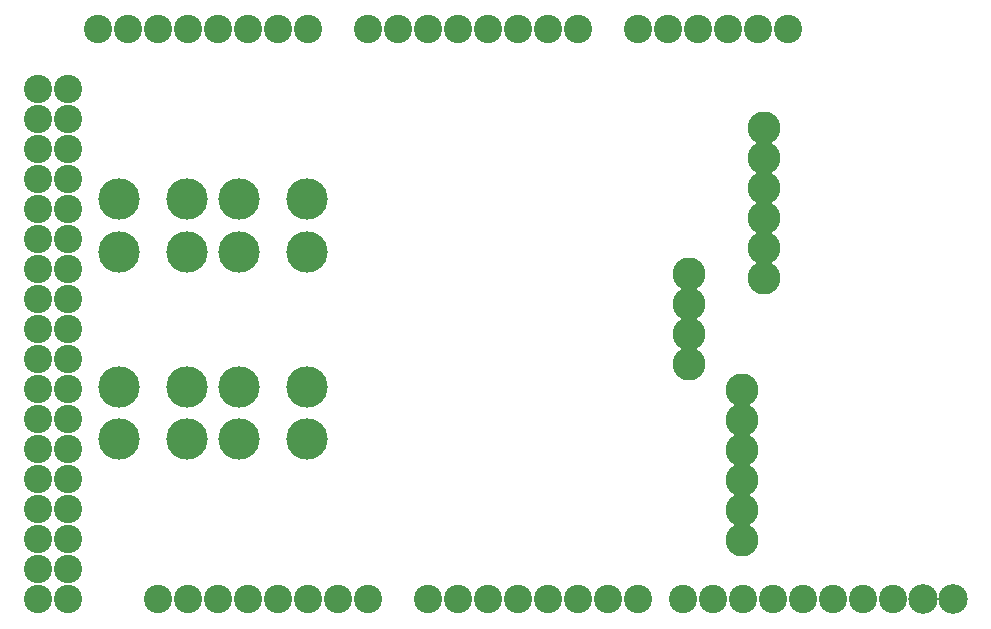
<source format=gbr>
%FSLAX34Y34*%
%MOMM*%
%LNSOLDERMASK_BOTTOM*%
G71*
G01*
%ADD10C, 2.40*%
%ADD11C, 2.50*%
%ADD12C, 2.80*%
%ADD13C, 3.50*%
%LPD*%
X34925Y717549D02*
G54D10*
D03*
X60325Y717549D02*
G54D10*
D03*
X34925Y742949D02*
G54D10*
D03*
X60324Y742949D02*
G54D10*
D03*
X34925Y768349D02*
G54D10*
D03*
X60325Y768349D02*
G54D10*
D03*
X34925Y793749D02*
G54D10*
D03*
X60325Y793749D02*
G54D10*
D03*
X34925Y819149D02*
G54D10*
D03*
X60325Y819149D02*
G54D10*
D03*
X34925Y844549D02*
G54D10*
D03*
X60325Y844549D02*
G54D10*
D03*
X34925Y869949D02*
G54D10*
D03*
X60325Y869949D02*
G54D10*
D03*
X34925Y920749D02*
G54D10*
D03*
X60325Y920749D02*
G54D10*
D03*
X34925Y615949D02*
G54D10*
D03*
X60325Y615949D02*
G54D10*
D03*
X34925Y641349D02*
G54D10*
D03*
X60325Y641349D02*
G54D10*
D03*
X34925Y666749D02*
G54D10*
D03*
X60325Y666749D02*
G54D10*
D03*
X34925Y692149D02*
G54D10*
D03*
X60325Y692149D02*
G54D10*
D03*
X34925Y514349D02*
G54D10*
D03*
X60325Y514349D02*
G54D10*
D03*
X34925Y539749D02*
G54D10*
D03*
X60325Y539749D02*
G54D10*
D03*
X34925Y565149D02*
G54D10*
D03*
X60325Y565149D02*
G54D10*
D03*
X34925Y590549D02*
G54D10*
D03*
X60325Y590549D02*
G54D10*
D03*
X238125Y488949D02*
G54D10*
D03*
X263525Y488949D02*
G54D10*
D03*
X288925Y488949D02*
G54D10*
D03*
X314325Y488949D02*
G54D10*
D03*
X136525Y488949D02*
G54D10*
D03*
X161925Y488949D02*
G54D10*
D03*
X187325Y488949D02*
G54D10*
D03*
X212725Y488949D02*
G54D10*
D03*
X187325Y971549D02*
G54D10*
D03*
X212725Y971549D02*
G54D10*
D03*
X238125Y971549D02*
G54D10*
D03*
X263525Y971549D02*
G54D10*
D03*
X85725Y971549D02*
G54D10*
D03*
X111125Y971549D02*
G54D10*
D03*
X136525Y971549D02*
G54D10*
D03*
X161925Y971549D02*
G54D10*
D03*
X466725Y488949D02*
G54D10*
D03*
X492125Y488949D02*
G54D10*
D03*
X517525Y488949D02*
G54D10*
D03*
X542925Y488949D02*
G54D10*
D03*
X365125Y488949D02*
G54D10*
D03*
X390525Y488949D02*
G54D10*
D03*
X415925Y488949D02*
G54D10*
D03*
X441325Y488949D02*
G54D10*
D03*
X682625Y488949D02*
G54D10*
D03*
X708025Y488949D02*
G54D10*
D03*
X733425Y488949D02*
G54D10*
D03*
X758825Y488949D02*
G54D10*
D03*
X581025Y488949D02*
G54D10*
D03*
X606425Y488949D02*
G54D10*
D03*
X631825Y488949D02*
G54D10*
D03*
X657225Y488949D02*
G54D10*
D03*
X415925Y971549D02*
G54D10*
D03*
X441325Y971549D02*
G54D10*
D03*
X466725Y971549D02*
G54D10*
D03*
X492125Y971549D02*
G54D10*
D03*
X314325Y971549D02*
G54D10*
D03*
X339725Y971549D02*
G54D10*
D03*
X365125Y971549D02*
G54D10*
D03*
X390525Y971549D02*
G54D10*
D03*
X644525Y971549D02*
G54D10*
D03*
X669925Y971549D02*
G54D10*
D03*
X542925Y971549D02*
G54D10*
D03*
X568325Y971549D02*
G54D10*
D03*
X593725Y971549D02*
G54D10*
D03*
X619125Y971549D02*
G54D10*
D03*
X34925Y895349D02*
G54D10*
D03*
X60325Y895349D02*
G54D10*
D03*
X34925Y488949D02*
G54D10*
D03*
X60325Y488949D02*
G54D10*
D03*
X784225Y488949D02*
G54D11*
D03*
X809625Y488949D02*
G54D11*
D03*
X586414Y764126D02*
G54D12*
D03*
X586414Y738726D02*
G54D12*
D03*
X586414Y713326D02*
G54D12*
D03*
X586414Y687926D02*
G54D12*
D03*
X262564Y827626D02*
G54D13*
D03*
X262664Y783226D02*
G54D13*
D03*
X205364Y783226D02*
G54D13*
D03*
X205364Y827626D02*
G54D13*
D03*
X262564Y668876D02*
G54D13*
D03*
X262664Y624476D02*
G54D13*
D03*
X205364Y624476D02*
G54D13*
D03*
X205364Y668876D02*
G54D13*
D03*
X160964Y827626D02*
G54D13*
D03*
X161064Y783226D02*
G54D13*
D03*
X103764Y783226D02*
G54D13*
D03*
X103764Y827626D02*
G54D13*
D03*
X160964Y668876D02*
G54D13*
D03*
X161064Y624476D02*
G54D13*
D03*
X103764Y624476D02*
G54D13*
D03*
X103764Y668876D02*
G54D13*
D03*
X630864Y665701D02*
G54D12*
D03*
X630864Y640301D02*
G54D12*
D03*
X630864Y614901D02*
G54D12*
D03*
X630864Y589501D02*
G54D12*
D03*
X630864Y564101D02*
G54D12*
D03*
X630864Y538701D02*
G54D12*
D03*
X649914Y887951D02*
G54D12*
D03*
X649914Y862551D02*
G54D12*
D03*
X649914Y837151D02*
G54D12*
D03*
X649914Y811751D02*
G54D12*
D03*
X649914Y786351D02*
G54D12*
D03*
X649914Y760951D02*
G54D12*
D03*
M02*

</source>
